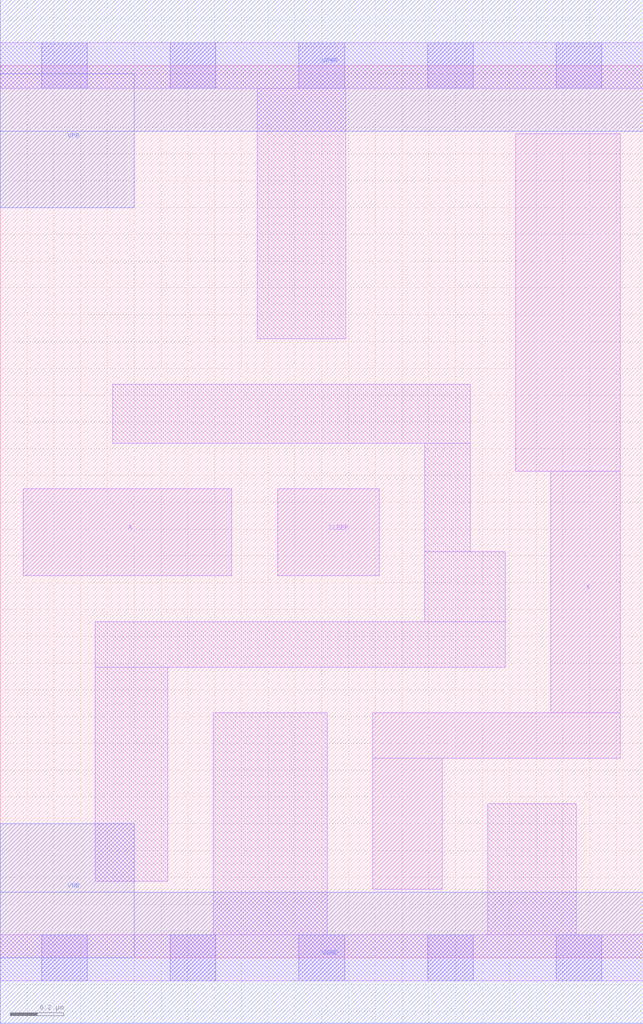
<source format=lef>
# Copyright 2020 The SkyWater PDK Authors
#
# Licensed under the Apache License, Version 2.0 (the "License");
# you may not use this file except in compliance with the License.
# You may obtain a copy of the License at
#
#     https://www.apache.org/licenses/LICENSE-2.0
#
# Unless required by applicable law or agreed to in writing, software
# distributed under the License is distributed on an "AS IS" BASIS,
# WITHOUT WARRANTIES OR CONDITIONS OF ANY KIND, either express or implied.
# See the License for the specific language governing permissions and
# limitations under the License.
#
# SPDX-License-Identifier: Apache-2.0

VERSION 5.5 ;
NAMESCASESENSITIVE ON ;
BUSBITCHARS "[]" ;
DIVIDERCHAR "/" ;
MACRO sky130_fd_sc_lp__isobufsrc_1
  CLASS CORE ;
  SOURCE USER ;
  ORIGIN  0.000000  0.000000 ;
  SIZE  2.400000 BY  3.330000 ;
  SYMMETRY X Y ;
  SITE unit ;
  PIN A
    ANTENNAGATEAREA  0.126000 ;
    DIRECTION INPUT ;
    USE SIGNAL ;
    PORT
      LAYER li1 ;
        RECT 0.085000 1.425000 0.865000 1.750000 ;
    END
  END A
  PIN SLEEP
    ANTENNAGATEAREA  0.315000 ;
    DIRECTION INPUT ;
    USE SIGNAL ;
    PORT
      LAYER li1 ;
        RECT 1.035000 1.425000 1.415000 1.750000 ;
    END
  END SLEEP
  PIN X
    ANTENNADIFFAREA  0.852600 ;
    DIRECTION OUTPUT ;
    USE SIGNAL ;
    PORT
      LAYER li1 ;
        RECT 1.390000 0.255000 1.650000 0.745000 ;
        RECT 1.390000 0.745000 2.315000 0.915000 ;
        RECT 1.925000 1.815000 2.315000 3.075000 ;
        RECT 2.055000 0.915000 2.315000 1.815000 ;
    END
  END X
  PIN VGND
    DIRECTION INOUT ;
    USE GROUND ;
    PORT
      LAYER met1 ;
        RECT 0.000000 -0.245000 2.400000 0.245000 ;
    END
  END VGND
  PIN VNB
    DIRECTION INOUT ;
    USE GROUND ;
    PORT
      LAYER met1 ;
        RECT 0.000000 0.000000 0.500000 0.500000 ;
    END
  END VNB
  PIN VPB
    DIRECTION INOUT ;
    USE POWER ;
    PORT
      LAYER met1 ;
        RECT 0.000000 2.800000 0.500000 3.300000 ;
    END
  END VPB
  PIN VPWR
    DIRECTION INOUT ;
    USE POWER ;
    PORT
      LAYER met1 ;
        RECT 0.000000 3.085000 2.400000 3.575000 ;
    END
  END VPWR
  OBS
    LAYER li1 ;
      RECT 0.000000 -0.085000 2.400000 0.085000 ;
      RECT 0.000000  3.245000 2.400000 3.415000 ;
      RECT 0.355000  0.285000 0.625000 1.085000 ;
      RECT 0.355000  1.085000 1.885000 1.255000 ;
      RECT 0.420000  1.920000 1.755000 2.140000 ;
      RECT 0.795000  0.085000 1.220000 0.915000 ;
      RECT 0.960000  2.310000 1.290000 3.245000 ;
      RECT 1.585000  1.255000 1.885000 1.515000 ;
      RECT 1.585000  1.515000 1.755000 1.920000 ;
      RECT 1.820000  0.085000 2.150000 0.575000 ;
    LAYER mcon ;
      RECT 0.155000 -0.085000 0.325000 0.085000 ;
      RECT 0.155000  3.245000 0.325000 3.415000 ;
      RECT 0.635000 -0.085000 0.805000 0.085000 ;
      RECT 0.635000  3.245000 0.805000 3.415000 ;
      RECT 1.115000 -0.085000 1.285000 0.085000 ;
      RECT 1.115000  3.245000 1.285000 3.415000 ;
      RECT 1.595000 -0.085000 1.765000 0.085000 ;
      RECT 1.595000  3.245000 1.765000 3.415000 ;
      RECT 2.075000 -0.085000 2.245000 0.085000 ;
      RECT 2.075000  3.245000 2.245000 3.415000 ;
  END
END sky130_fd_sc_lp__isobufsrc_1
END LIBRARY

</source>
